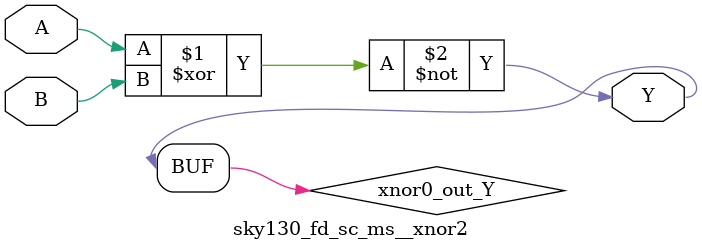
<source format=v>
/*
 * Copyright 2020 The SkyWater PDK Authors
 *
 * Licensed under the Apache License, Version 2.0 (the "License");
 * you may not use this file except in compliance with the License.
 * You may obtain a copy of the License at
 *
 *     https://www.apache.org/licenses/LICENSE-2.0
 *
 * Unless required by applicable law or agreed to in writing, software
 * distributed under the License is distributed on an "AS IS" BASIS,
 * WITHOUT WARRANTIES OR CONDITIONS OF ANY KIND, either express or implied.
 * See the License for the specific language governing permissions and
 * limitations under the License.
 *
 * SPDX-License-Identifier: Apache-2.0
*/


`ifndef SKY130_FD_SC_MS__XNOR2_FUNCTIONAL_V
`define SKY130_FD_SC_MS__XNOR2_FUNCTIONAL_V

/**
 * xnor2: 2-input exclusive NOR.
 *
 *        Y = !(A ^ B)
 *
 * Verilog simulation functional model.
 */

`timescale 1ns / 1ps
`default_nettype none

`celldefine
module sky130_fd_sc_ms__xnor2 (
    Y,
    A,
    B
);

    // Module ports
    output Y;
    input  A;
    input  B;

    // Local signals
    wire xnor0_out_Y;

    //   Name   Output       Other arguments
    xnor xnor0 (xnor0_out_Y, A, B           );
    buf  buf0  (Y          , xnor0_out_Y    );

endmodule
`endcelldefine

`default_nettype wire
`endif  // SKY130_FD_SC_MS__XNOR2_FUNCTIONAL_V

</source>
